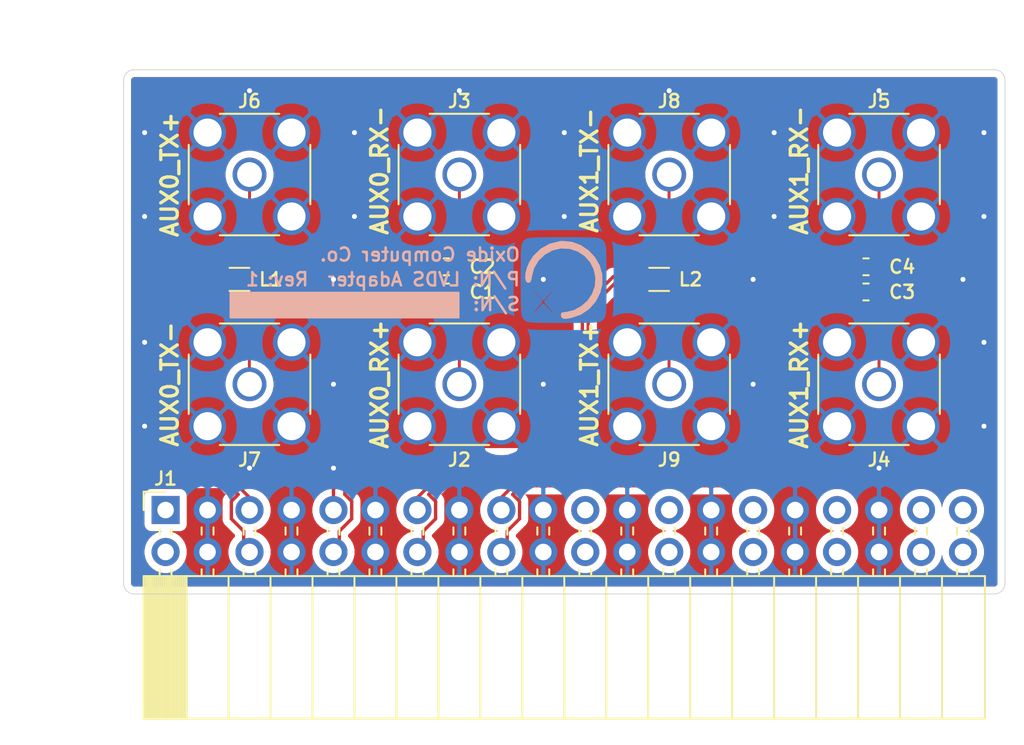
<source format=kicad_pcb>
(kicad_pcb (version 20221018) (generator pcbnew)
  (title_block (title "LVDS SMA Adapter") (date "2021-07-12") (rev "1") (company "Oxide Computer Co."))
  (layers (0 "F.Cu" signal) (1 "In1.Cu" power) (2 "In2.Cu" power) (31 "B.Cu" power) (34 "B.Paste" user) (35 "F.Paste" user) (36 "B.SilkS" user "B.Silkscreen") (37 "F.SilkS" user "F.Silkscreen") (38 "B.Mask" user) (39 "F.Mask" user) (44 "Edge.Cuts" user))
  (net 0 "")
  (net 1 "/AUX0_RX_P")
  (net 2 "Net-(C1-Pad1)")
  (net 3 "/AUX0_RX_N")
  (net 4 "Net-(C2-Pad1)")
  (net 5 "/AUX1_RX_P")
  (net 6 "Net-(C3-Pad1)")
  (net 7 "/AUX1_RX_N")
  (net 8 "Net-(C4-Pad1)")
  (net 9 "Net-(J1-Pad40)")
  (net 10 "Net-(J1-Pad39)")
  (net 11 "Net-(J1-Pad38)")
  (net 12 "Net-(J1-Pad37)")
  (net 13 "GND")
  (net 14 "Net-(J1-Pad34)")
  (net 15 "Net-(J1-Pad33)")
  (net 16 "Net-(J1-Pad30)")
  (net 17 "Net-(J1-Pad29)")
  (net 18 "Net-(J1-Pad26)")
  (net 19 "Net-(J1-Pad25)")
  (net 20 "Net-(J1-Pad22)")
  (net 21 "Net-(J1-Pad21)")
  (net 22 "/AUX1_TX_P")
  (net 23 "/AUX1_TX_N")
  (net 24 "/AUX0_TX_P")
  (net 25 "/AUX0_TX_N")
  (net 26 "Net-(J1-Pad2)")
  (net 27 "Net-(J1-Pad1)")
  (net 28 "Net-(J6-Pad1)")
  (net 29 "Net-(J7-Pad1)")
  (net 30 "Net-(J8-Pad1)")
  (net 31 "Net-(J9-Pad1)")
  (footprint "Capacitor_SMD:C_0603_1608Metric" (layer "F.Cu") (at 138.9125 101.092 180)
    (fp_text reference "C1" (at -2.1845 0) (layer "F.SilkS") (effects (font (size 0.8 0.8))))
    (fp_text value "GCM188R71E105KA64D")
    (fp_line (start -0.162779 -0.51) (end 0.162779 -0.51) (stroke (width 0.12)) (layer "F.SilkS"))
    (fp_line (start -0.162779 0.51) (end 0.162779 0.51) (stroke (width 0.12)) (layer "F.SilkS"))
    (pad "1" smd roundrect (at -0.7875 0 180) (size 0.875 0.95) (layers "F.Cu" "F.Paste" "F.Mask") (net 2 "Net-(C1-Pad1)"))
    (pad "2" smd roundrect (at 0.7875 0 180) (size 0.875 0.95) (layers "F.Cu" "F.Paste" "F.Mask") (net 1 "/AUX0_RX_P"))
  )
  (footprint "Capacitor_SMD:C_0603_1608Metric" (layer "F.Cu") (at 164.3125 101.092 180)
    (fp_text reference "C3" (at -2.1845 0) (layer "F.SilkS") (effects (font (size 0.8 0.8))))
    (fp_text value "GCM188R71E105KA64D")
    (fp_line (start -0.162779 -0.51) (end 0.162779 -0.51) (stroke (width 0.12)) (layer "F.SilkS"))
    (fp_line (start -0.162779 0.51) (end 0.162779 0.51) (stroke (width 0.12)) (layer "F.SilkS"))
    (pad "1" smd roundrect (at -0.7875 0 180) (size 0.875 0.95) (layers "F.Cu" "F.Paste" "F.Mask") (net 6 "Net-(C3-Pad1)"))
    (pad "2" smd roundrect (at 0.7875 0 180) (size 0.875 0.95) (layers "F.Cu" "F.Paste" "F.Mask") (net 5 "/AUX1_RX_P"))
  )
  (footprint "Connector_PinSocket_2.54mm:PinSocket_2x20_P2.54mm_Horizontal" (layer "F.Cu") (at 121.92 114.3 90)
    (fp_text reference "J1" (at 1.905 0 180) (layer "F.SilkS") (effects (font (size 0.8 0.8))))
    (fp_text value "Conn_02x20_Odd_Even")
    (fp_line (start -12.63 -1.33) (end -12.63 49.59) (stroke (width 0.12)) (layer "F.SilkS"))
    (fp_line (start -12.63 -1.33) (end -4 -1.33) (stroke (width 0.12)) (layer "F.SilkS"))
    (fp_line (start -12.63 -1.21) (end -4 -1.21) (stroke (width 0.12)) (layer "F.SilkS"))
    (fp_line (start -12.63 -1.091905) (end -4 -1.091905) (stroke (width 0.12)) (layer "F.SilkS"))
    (fp_line (start -12.63 -0.97381) (end -4 -0.97381) (stroke (width 0.12)) (layer "F.SilkS"))
    (fp_line (start -12.63 -0.855715) (end -4 -0.855715) (stroke (width 0.12)) (layer "F.SilkS"))
    (fp_line (start -12.63 -0.73762) (end -4 -0.73762) (stroke (width 0.12)) (layer "F.SilkS"))
    (fp_line (start -12.63 -0.619525) (end -4 -0.619525) (stroke (width 0.12)) (layer "F.SilkS"))
    (fp_line (start -12.63 -0.50143) (end -4 -0.50143) (stroke (width 0.12)) (layer "F.SilkS"))
    (fp_line (start -12.63 -0.383335) (end -4 -0.383335) (stroke (width 0.12)) (layer "F.SilkS"))
    (fp_line (start -12.63 -0.26524) (end -4 -0.26524) (stroke (width 0.12)) (layer "F.SilkS"))
    (fp_line (start -12.63 -0.147145) (end -4 -0.147145) (stroke (width 0.12)) (layer "F.SilkS"))
    (fp_line (start -12.63 -0.02905) (end -4 -0.02905) (stroke (width 0.12)) (layer "F.SilkS"))
    (fp_line (start -12.63 0.089045) (end -4 0.089045) (stroke (width 0.12)) (layer "F.SilkS"))
    (fp_line (start -12.63 0.20714) (end -4 0.20714) (stroke (width 0.12)) (layer "F.SilkS"))
    (fp_line (start -12.63 0.325235) (end -4 0.325235) (stroke (width 0.12)) (layer "F.SilkS"))
    (fp_line (start -12.63 0.44333) (end -4 0.44333) (stroke (width 0.12)) (layer "F.SilkS"))
    (fp_line (start -12.63 0.561425) (end -4 0.561425) (stroke (width 0.12)) (layer "F.SilkS"))
    (fp_line (start -12.63 0.67952) (end -4 0.67952) (stroke (width 0.12)) (layer "F.SilkS"))
    (fp_line (start -12.63 0.797615) (end -4 0.797615) (stroke (width 0.12)) (layer "F.SilkS"))
    (fp_line (start -12.63 0.91571) (end -4 0.91571) (stroke (width 0.12)) (layer "F.SilkS"))
    (fp_line (start -12.63 1.033805) (end -4 1.033805) (stroke (width 0.12)) (layer "F.SilkS"))
    (fp_line (start -12.63 1.1519) (end -4 1.1519) (stroke (width 0.12)) (layer "F.SilkS"))
    (fp_line (start -12.63 1.27) (end -4 1.27) (stroke (width 0.12)) (layer "F.SilkS"))
    (fp_line (start -12.63 3.81) (end -4 3.81) (stroke (width 0.12)) (layer "F.SilkS"))
    (fp_line (start -12.63 6.35) (end -4 6.35) (stroke (width 0.12)) (layer "F.SilkS"))
    (fp_line (start -12.63 8.89) (end -4 8.89) (stroke (width 0.12)) (layer "F.SilkS"))
    (fp_line (start -12.63 11.43) (end -4 11.43) (stroke (width 0.12)) (layer "F.SilkS"))
    (fp_line (start -12.63 13.97) (end -4 13.97) (stroke (width 0.12)) (layer "F.SilkS"))
    (fp_line (start -12.63 16.51) (end -4 16.51) (stroke (width 0.12)) (layer "F.SilkS"))
    (fp_line (start -12.63 19.05) (end -4 19.05) (stroke (width 0.12)) (layer "F.SilkS"))
    (fp_line (start -12.63 21.59) (end -4 21.59) (stroke (width 0.12)) (layer "F.SilkS"))
    (fp_line (start -12.63 24.13) (end -4 24.13) (stroke (width 0.12)) (layer "F.SilkS"))
    (fp_line (start -12.63 26.67) (end -4 26.67) (stroke (width 0.12)) (layer "F.SilkS"))
    (fp_line (start -12.63 29.21) (end -4 29.21) (stroke (width 0.12)) (layer "F.SilkS"))
    (fp_line (start -12.63 31.75) (end -4 31.75) (stroke (width 0.12)) (layer "F.SilkS"))
    (fp_line (start -12.63 34.29) (end -4 34.29) (stroke (width 0.12)) (layer "F.SilkS"))
    (fp_line (start -12.63 36.83) (end -4 36.83) (stroke (width 0.12)) (layer "F.SilkS"))
    (fp_line (start -12.63 39.37) (end -4 39.37) (stroke (width 0.12)) (layer "F.SilkS"))
    (fp_line (start -12.63 41.91) (end -4 41.91) (stroke (width 0.12)) (layer "F.SilkS"))
    (fp_line (start -12.63 44.45) (end -4 44.45) (stroke (width 0.12)) (layer "F.SilkS"))
    (fp_line (start -12.63 46.99) (end -4 46.99) (stroke (width 0.12)) (layer "F.SilkS"))
    (fp_line (start -12.63 49.59) (end -4 49.59) (stroke (width 0.12)) (layer "F.SilkS"))
    (fp_line (start -4 -1.33) (end -4 49.59) (stroke (width 0.12)) (layer "F.SilkS"))
    (fp_line (start -4 -0.36) (end -3.59 -0.36) (stroke (width 0.12)) (layer "F.SilkS"))
    (fp_line (start -4 0.36) (end -3.59 0.36) (stroke (width 0.12)) (layer "F.SilkS"))
    (fp_line (start -4 2.18) (end -3.59 2.18) (stroke (width 0.12)) (layer "F.SilkS"))
    (fp_line (start -4 2.9) (end -3.59 2.9) (stroke (width 0.12)) (layer "F.SilkS"))
    (fp_line (start -4 4.72) (end -3.59 4.72) (stroke (width 0.12)) (layer "F.SilkS"))
    (fp_line (start -4 5.44) (end -3.59 5.44) (stroke (width 0.12)) (layer "F.SilkS"))
    (fp_line (start -4 7.26) (end -3.59 7.26) (stroke (width 0.12)) (layer "F.SilkS"))
    (fp_line (start -4 7.98) (end -3.59 7.98) (stroke (width 0.12)) (layer "F.SilkS"))
    (fp_line (start -4 9.8) (end -3.59 9.8) (stroke (width 0.12)) (layer "F.SilkS"))
    (fp_line (start -4 10.52) (end -3.59 10.52) (stroke (width 0.12)) (layer "F.SilkS"))
    (fp_line (start -4 12.34) (end -3.59 12.34) (stroke (width 0.12)) (layer "F.SilkS"))
    (fp_line (start -4 13.06) (end -3.59 13.06) (stroke (width 0.12)) (layer "F.SilkS"))
    (fp_line (start -4 14.88) (end -3.59 14.88) (stroke (width 0.12)) (layer "F.SilkS"))
    (fp_line (start -4 15.6) (end -3.59 15.6) (stroke (width 0.12)) (layer "F.SilkS"))
    (fp_line (start -4 17.42) (end -3.59 17.42) (stroke (width 0.12)) (layer "F.SilkS"))
    (fp_line (start -4 18.14) (end -3.59 18.14) (stroke (width 0.12)) (layer "F.SilkS"))
    (fp_line (start -4 19.96) (end -3.59 19.96) (stroke (width 0.12)) (layer "F.SilkS"))
    (fp_line (start -4 20.68) (end -3.59 20.68) (stroke (width 0.12)) (layer "F.SilkS"))
    (fp_line (start -4 22.5) (end -3.59 22.5) (stroke (width 0.12)) (layer "F.SilkS"))
    (fp_line (start -4 23.22) (end -3.59 23.22) (stroke (width 0.12)) (layer "F.SilkS"))
    (fp_line (start -4 25.04) (end -3.59 25.04) (stroke (width 0.12)) (layer "F.SilkS"))
    (fp_line (start -4 25.76) (end -3.59 25.76) (stroke (width 0.12)) (layer "F.SilkS"))
    (fp_line (start -4 27.58) (end -3.59 27.58) (stroke (width 0.12)) (layer "F.SilkS"))
    (fp_line (start -4 28.3) (end -3.59 28.3) (stroke (width 0.12)) (layer "F.SilkS"))
    (fp_line (start -4 30.12) (end -3.59 30.12) (stroke (width 0.12)) (layer "F.SilkS"))
    (fp_line (start -4 30.84) (end -3.59 30.84) (stroke (width 0.12)) (layer "F.SilkS"))
    (fp_line (start -4 32.66) (end -3.59 32.66) (stroke (width 0.12)) (layer "F.SilkS"))
    (fp_line (start -4 33.38) (end -3.59 33.38) (stroke (width 0.12)) (layer "F.SilkS"))
    (fp_line (start -4 35.2) (end -3.59 35.2) (stroke (width 0.12)) (layer "F.SilkS"))
    (fp_line (start -4 35.92) (end -3.59 35.92) (stroke (width 0.12)) (layer "F.SilkS"))
    (fp_line (start -4 37.74) (end -3.59 37.74) (stroke (width 0.12)) (layer "F.SilkS"))
    (fp_line (start -4 38.46) (end -3.59 38.46) (stroke (width 0.12)) (layer "F.SilkS"))
    (fp_line (start -4 40.28) (end -3.59 40.28) (stroke (width 0.12)) (layer "F.SilkS"))
    (fp_line (start -4 41) (end -3.59 41) (stroke (width 0.12)) (layer "F.SilkS"))
    (fp_line (start -4 42.82) (end -3.59 42.82) (stroke (width 0.12)) (layer "F.SilkS"))
    (fp_line (start -4 43.54) (end -3.59 43.54) (stroke (width 0.12)) (layer "F.SilkS"))
    (fp_line (start -4 45.36) (end -3.59 45.36) (stroke (width 0.12)) (layer "F.SilkS"))
    (fp_line (start -4 46.08) (end -3.59 46.08) (stroke (width 0.12)) (layer "F.SilkS"))
    (fp_line (start -4 47.9) (end -3.59 47.9) (stroke (width 0.12)) (layer "F.SilkS"))
    (fp_line (start -4 48.62) (end -3.59 48.62) (stroke (width 0.12)) (layer "F.SilkS"))
    (fp_line (start -1.49 -0.36) (end -1.11 -0.36) (stroke (width 0.12)) (layer "F.SilkS"))
    (fp_line (start -1.49 0.36) (end -1.11 0.36) (stroke (width 0.12)) (layer "F.SilkS"))
    (fp_line (start -1.49 2.18) (end -1.05 2.18) (stroke (width 0.12)) (layer "F.SilkS"))
    (fp_line (start -1.49 2.9) (end -1.05 2.9) (stroke (width 0.12)) (layer "F.SilkS"))
    (fp_line (start -1.49 4.72) (end -1.05 4.72) (stroke (width 0.12)) (layer "F.SilkS"))
    (fp_line (start -1.49 5.44) (end -1.05 5.44) (stroke (width 0.12)) (layer "F.SilkS"))
    (fp_line (start -1.49 7.26) (end -1.05 7.26) (stroke (width 0.12)) (layer "F.SilkS"))
    (fp_line (start -1.49 7.98) (end -1.05 7.98) (stroke (width 0.12)) (layer "F.SilkS"))
    (fp_line (start -1.49 9.8) (end -1.05 9.8) (stroke (width 0.12)) (layer "F.SilkS"))
    (fp_line (start -1.49 10.52) (end -1.05 10.52) (stroke (width 0.12)) (layer "F.SilkS"))
    (fp_line (start -1.49 12.34) (end -1.05 12.34) (stroke (width 0.12)) (layer "F.SilkS"))
    (fp_line (start -1.49 13.06) (end -1.05 13.06) (stroke (width 0.12)) (layer "F.SilkS"))
    (fp_line (start -1.49 14.88) (end -1.05 14.88) (stroke (width 0.12)) (layer "F.SilkS"))
    (fp_line (start -1.49 15.6) (end -1.05 15.6) (stroke (width 0.12)) (layer "F.SilkS"))
    (fp_line (start -1.49 17.42) (end -1.05 17.42) (stroke (width 0.12)) (layer "F.SilkS"))
    (fp_line (start -1.49 18.14) (end -1.05 18.14) (stroke (width 0.12)) (layer "F.SilkS"))
    (fp_line (start -1.49 19.96) (end -1.05 19.96) (stroke (width 0.12)) (layer "F.SilkS"))
    (fp_line (start -1.49 20.68) (end -1.05 20.68) (stroke (width 0.12)) (layer "F.SilkS"))
    (fp_line (start -1.49 22.5) (end -1.05 22.5) (stroke (width 0.12)) (layer "F.SilkS"))
    (fp_line (start -1.49 23.22) (end -1.05 23.22) (stroke (width 0.12)) (layer "F.SilkS"))
    (fp_line (start -1.49 25.04) (end -1.05 25.04) (stroke (width 0.12)) (layer "F.SilkS"))
    (fp_line (start -1.49 25.76) (end -1.05 25.76) (stroke (width 0.12)) (layer "F.SilkS"))
    (fp_line (start -1.49 27.58) (end -1.05 27.58) (stroke (width 0.12)) (layer "F.SilkS"))
    (fp_line (start -1.49 28.3) (end -1.05 28.3) (stroke (width 0.12)) (layer "F.SilkS"))
    (fp_line (start -1.49 30.12) (end -1.05 30.12) (stroke (width 0.12)) (layer "F.SilkS"))
    (fp_line (start -1.49 30.84) (end -1.05 30.84) (stroke (width 0.12)) (layer "F.SilkS"))
    (fp_line (start -1.49 32.66) (end -1.05 32.66) (stroke (width 0.12)) (layer "F.SilkS"))
    (fp_line (start -1.49 33.38) (end -1.05 33.38) (stroke (width 0.12)) (layer "F.SilkS"))
    (fp_line (start -1.49 35.2) (end -1.05 35.2) (stroke (width 0.12)) (layer "F.SilkS"))
    (fp_line (start -1.49 35.92) (end -1.05 35.92) (stroke (width 0.12)) (layer "F.SilkS"))
    (fp_line (start -1.49 37.74) (end -1.05 37.74) (stroke (width 0.12)) (layer "F.SilkS"))
    (fp_line (start -1.49 38.46) (end -1.05 38.46) (stroke (width 0.12)) (layer "F.SilkS"))
    (fp_line (start -1.49 40.28) (end -1.05 40.28) (stroke (width 0.12)) (layer "F.SilkS"))
    (fp_line (start -1.49 41) (end -1.05 41) (stroke (width 0.12)) (layer "F.SilkS"))
    (fp_line (start -1.49 42.82) (end -1.05 42.82) (stroke (width 0.12)) (layer "F.SilkS"))
    (fp_line (start -1.49 43.54) (end -1.05 43.54) (stroke (width 0.12)) (layer "F.SilkS"))
    (fp_line (start -1.49 45.36) (end -1.05 45.36) (stroke (width 0.12)) (layer "F.SilkS"))
    (fp_line (start -1.49 46.08) (end -1.05 46.08) (stroke (width 0.12)) (layer "F.SilkS"))
    (fp_line (start -1.49 47.9) (end -1.05 47.9) (stroke (width 0.12)) (layer "F.SilkS"))
    (fp_line (start -1.49 48.62) (end -1.05 48.62) (stroke (width 0.12)) (layer "F.SilkS"))
    (fp_line (start 0 -1.33) (end 1.11 -1.33) (stroke (width 0.12)) (layer "F.SilkS"))
    (fp_line (start 1.11 -1.33) (end 1.11 0) (stroke (width 0.12)) (layer "F.SilkS"))
    (pad "1" thru_hole rect (at 0 0 90) (size 1.7 1.7) (drill 1) (layers "*.Cu" "*.Mask") (net 27 "Net-(J1-Pad1)"))
    (pad "2" thru_hole oval (at -2.54 0 90) (size 1.7 1.7) (drill 1) (layers "*.Cu" "*.Mask") (net 26 "Net-(J1-Pad2)"))
    (pad "3" thru_hole oval (at 0 2.54 90) (size 1.7 1.7) (drill 1) (layers "*.Cu" "*.Mask") (net 13 "GND"))
    (pad "4" thru_hole oval (at -2.54 2.54 90) (size 1.7 1.7) (drill 1) (layers "*.Cu" "*.Mask") (net 13 "GND"))
    (pad "5" thru_hole oval (at 0 5.08 90) (size 1.7 1.7) (drill 1) (layers "*.Cu" "*.Mask") (net 25 "/AUX0_TX_N"))
    (pad "6" thru_hole oval (at -2.54 5.08 90) (size 1.7 1.7) (drill 1) (layers "*.Cu" "*.Mask") (net 24 "/AUX0_TX_P"))
    (pad "7" thru_hole oval (at 0 7.62 90) (size 1.7 1.7) (drill 1) (layers "*.Cu" "*.Mask") (net 13 "GND"))
    (pad "8" thru_hole oval (at -2.54 7.62 90) (size 1.7 1.7) (drill 1) (layers "*.Cu" "*.Mask") (net 13 "GND"))
    (pad "9" thru_hole oval (at 0 10.16 90) (size 1.7 1.7) (drill 1) (layers "*.Cu" "*.Mask") (net 3 "/AUX0_RX_N"))
    (pad "10" thru_hole oval (at -2.54 10.16 90) (size 1.7 1.7) (drill 1) (layers "*.Cu" "*.Mask") (net 1 "/AUX0_RX_P"))
    (pad "11" thru_hole oval (at 0 12.7 90) (size 1.7 1.7) (drill 1) (layers "*.Cu" "*.Mask") (net 13 "GND"))
    (pad "12" thru_hole oval (at -2.54 12.7 90) (size 1.7 1.7) (drill 1) (layers "*.Cu" "*.Mask") (net 13 "GND"))
    (pad "13" thru_hole oval (at 0 15.24 90) (size 1.7 1.7) (drill 1) (layers "*.Cu" "*.Mask") (net 23 "/AUX1_TX_N"))
    (pad "14" thru_hole oval (at -2.54 15.24 90) (size 1.7 1.7) (drill 1) (layers "*.Cu" "*.Mask") (net 22 "/AUX1_TX_P"))
    (pad "15" thru_hole oval (at 0 17.78 90) (size 1.7 1.7) (drill 1) (layers "*.Cu" "*.Mask") (net 13 "GND"))
    (pad "16" thru_hole oval (at -2.54 17.78 90) (size 1.7 1.7) (drill 1) (layers "*.Cu" "*.Mask") (net 13 "GND"))
    (pad "17" thru_hole oval (at 0 20.32 90) (size 1.7 1.7) (drill 1) (layers "*.Cu" "*.Mask") (net 7 "/AUX1_RX_N"))
    (pad "18" thru_hole oval (at -2.54 20.32 90) (size 1.7 1.7) (drill 1) (layers "*.Cu" "*.Mask") (net 5 "/AUX1_RX_P"))
    (pad "19" thru_hole oval (at 0 22.86 90) (size 1.7 1.7) (drill 1) (layers "*.Cu" "*.Mask") (net 13 "GND"))
    (pad "20" thru_hole oval (at -2.54 22.86 90) (size 1.7 1.7) (drill 1) (layers "*.Cu" "*.Mask") (net 13 "GND"))
    (pad "21" thru_hole oval (at 0 25.4 90) (size 1.7 1.7) (drill 1) (layers "*.Cu" "*.Mask") (net 21 "Net-(J1-Pad21)"))
    (pad "22" thru_hole oval (at -2.54 25.4 90) (size 1.7 1.7) (drill 1) (layers "*.Cu" "*.Mask") (net 20 "Net-(J1-Pad22)"))
    (pad "23" thru_hole oval (at 0 27.94 90) (size 1.7 1.7) (drill 1) (layers "*.Cu" "*.Mask") (net 13 "GND"))
    (pad "24" thru_hole oval (at -2.54 27.94 90) (size 1.7 1.7) (drill 1) (layers "*.Cu" "*.Mask") (net 13 "GND"))
    (pad "25" thru_hole oval (at 0 30.48 90) (size 1.7 1.7) (drill 1) (layers "*.Cu" "*.Mask") (net 19 "Net-(J1-Pad25)"))
    (pad "26" thru_hole oval (at -2.54 30.48 90) (size 1.7 1.7) (drill 1) (layers "*.Cu" "*.Mask") (net 18 "Net-(J1-Pad26)"))
    (pad "27" thru_hole oval (at 0 33.02 90) (size 1.7 1.7) (drill 1) (layers "*.Cu" "*.Mask") (net 13 "GND"))
    (pad "28" thru_hole oval (at -2.54 33.02 90) (size 1.7 1.7) (drill 1) (layers "*.Cu" "*.Mask") (net 13 "GND"))
    (pad "29" thru_hole oval (at 0 35.56 90) (size 1.7 1.7) (drill 1) (layers "*.Cu" "*.Mask") (net 17 "Net-(J1-Pad29)"))
    (pad "30" thru_hole oval (at -2.54 35.56 90) (size 1.7 1.7) (drill 1) (layers "*.Cu" "*.Mask") (net 16 "Net-(J1-Pad30)"))
    (pad "31" thru_hole oval (at 0 38.1 90) (size 1.7 1.7) (drill 1) (layers "*.Cu" "*.Mask") (net 13 "GND"))
    (pad "32" thru_hole oval (at -2.54 38.1 90) (size 1.7 1.7) (drill 1) (layers "*.Cu" "*.Mask") (net 13 "GND"))
    (pad "33" thru_hole oval (at 0 40.64 90) (size 1.7 1.7) (drill 1) (layers "*.Cu" "*.Mask") (net 15 "Net-(J1-Pad33)"))
    (pad "34" thru_hole oval (at -2.54 40.64 90) (size 1.7 1.7) (drill 1) (layers "*.Cu" "*.Mask") (net 14 "Net-(J1-Pad34)"))
    (pad "35" thru_hole oval (at 0 43.18 90) (size 1.7 1.7) (drill 1) (layers "*.Cu" "*.Mask") (net 13 "GND"))
    (pad "36" thru_hole oval (at -2.54 43.18 90) (size 1.7 1.7) (drill 1) (layers "*.Cu" "*.Mask") (net 13 "GND"))
    (pad "37" thru_hole oval (at 0 45.72 90) (size 1.7 1.7) (drill 1) (layers "*.Cu" "*.Mask") (net 12 "Net-(J1-Pad37)"))
    (pad "38" thru_hole oval (at -2.54 45.72 90) (size 1.7 1.7) (drill 1) (layers "*.Cu" "*.Mask") (net 11 "Net-(J1-Pad38)"))
    (pad "39" thru_hole oval (at 0 48.26 90) (size 1.7 1.7) (drill 1) (layers "*.Cu" "*.Mask") (net 10 "Net-(J1-Pad39)"))
    (pad "40" thru_hole oval (at -2.54 48.26 90) (size 1.7 1.7) (drill 1) (layers "*.Cu" "*.Mask") (net 9 "Net-(J1-Pad40)"))
  )
  (footprint "Connector_Coaxial:SMA_Amphenol_132134-16_Vertical" (layer "F.Cu") (at 139.7 106.68 180)
    (fp_text reference "J2" (at 0 -4.572) (layer "F.SilkS") (effects (font (size 0.8 0.8))))
    (fp_text value "Conn_Coaxial")
    (fp_line (start -3.68 -1.8) (end -3.68 1.8) (stroke (width 0.12)) (layer "F.SilkS"))
    (fp_line (start -1.8 -3.68) (end 1.8 -3.68) (stroke (width 0.12)) (layer "F.SilkS"))
    (fp_line (start -1.8 3.68) (end 1.8 3.68) (stroke (width 0.12)) (layer "F.SilkS"))
    (fp_line (start 3.68 -1.8) (end 3.68 1.8) (stroke (width 0.12)) (layer "F.SilkS"))
    (pad "1" thru_hole circle (at 0 0 180) (size 2.05 2.05) (drill 1.5) (layers "*.Cu" "*.Mask") (net 2 "Net-(C1-Pad1)"))
    (pad "2" thru_hole circle (at -2.54 -2.54 180) (size 2.25 2.25) (drill 1.7) (layers "*.Cu" "*.Mask") (net 13 "GND"))
    (pad "2" thru_hole circle (at -2.54 2.54 180) (size 2.25 2.25) (drill 1.7) (layers "*.Cu" "*.Mask") (net 13 "GND"))
    (pad "2" thru_hole circle (at 2.54 -2.54 180) (size 2.25 2.25) (drill 1.7) (layers "*.Cu" "*.Mask") (net 13 "GND"))
    (pad "2" thru_hole circle (at 2.54 2.54 180) (size 2.25 2.25) (drill 1.7) (layers "*.Cu" "*.Mask") (net 13 "GND"))
  )
  (footprint "Connector_Coaxial:SMA_Amphenol_132134-16_Vertical" (layer "F.Cu") (at 139.7 93.98 180)
    (fp_text reference "J3" (at 0 4.445) (layer "F.SilkS") (effects (font (size 0.8 0.8))))
    (fp_text value "Conn_Coaxial")
    (fp_line (start -3.68 -1.8) (end -3.68 1.8) (stroke (width 0.12)) (layer "F.SilkS"))
    (fp_line (start -1.8 -3.68) (end 1.8 -3.68) (stroke (width 0.12)) (layer "F.SilkS"))
    (fp_line (start -1.8 3.68) (end 1.8 3.68) (stroke (width 0.12)) (layer "F.SilkS"))
    (fp_line (start 3.68 -1.8) (end 3.68 1.8) (stroke (width 0.12)) (layer "F.SilkS"))
    (pad "1" thru_hole circle (at 0 0 180) (size 2.05 2.05) (drill 1.5) (layers "*.Cu" "*.Mask") (net 4 "Net-(C2-Pad1)"))
    (pad "2" thru_hole circle (at -2.54 -2.54 180) (size 2.25 2.25) (drill 1.7) (layers "*.Cu" "*.Mask") (net 13 "GND"))
    (pad "2" thru_hole circle (at -2.54 2.54 180) (size 2.25 2.25) (drill 1.7) (layers "*.Cu" "*.Mask") (net 13 "GND"))
    (pad "2" thru_hole circle (at 2.54 -2.54 180) (size 2.25 2.25) (drill 1.7) (layers "*.Cu" "*.Mask") (net 13 "GND"))
    (pad "2" thru_hole circle (at 2.54 2.54 180) (size 2.25 2.25) (drill 1.7) (layers "*.Cu" "*.Mask") (net 13 "GND"))
  )
  (footprint "Connector_Coaxial:SMA_Amphenol_132134-16_Vertical" (layer "F.Cu") (at 165.1 106.68)
    (fp_text reference "J4" (at 0 4.572) (layer "F.SilkS") (effects (font (size 0.8 0.8))))
    (fp_text value "Conn_Coaxial")
    (fp_line (start -3.68 -1.8) (end -3.68 1.8) (stroke (width 0.12)) (layer "F.SilkS"))
    (fp_line (start -1.8 -3.68) (end 1.8 -3.68) (stroke (width 0.12)) (layer "F.SilkS"))
    (fp_line (start -1.8 3.68) (end 1.8 3.68) (stroke (width 0.12)) (layer "F.SilkS"))
    (fp_line (start 3.68 -1.8) (end 3.68 1.8) (stroke (width 0.12)) (layer "F.SilkS"))
    (pad "1" thru_hole circle (at 0 0) (size 2.05 2.05) (drill 1.5) (layers "*.Cu" "*.Mask") (net 6 "Net-(C3-Pad1)"))
    (pad "2" thru_hole circle (at -2.54 -2.54) (size 2.25 2.25) (drill 1.7) (layers "*.Cu" "*.Mask") (net 13 "GND"))
    (pad "2" thru_hole circle (at -2.54 2.54) (size 2.25 2.25) (drill 1.7) (layers "*.Cu" "*.Mask") (net 13 "GND"))
    (pad "2" thru_hole circle (at 2.54 -2.54) (size 2.25 2.25) (drill 1.7) (layers "*.Cu" "*.Mask") (net 13 "GND"))
    (pad "2" thru_hole circle (at 2.54 2.54) (size 2.25 2.25) (drill 1.7) (layers "*.Cu" "*.Mask") (net 13 "GND"))
  )
  (footprint "Connector_Coaxial:SMA_Amphenol_132134-16_Vertical" (layer "F.Cu") (at 165.1 93.98)
    (fp_text reference "J5" (at 0 -4.445) (layer "F.SilkS") (effects (font (size 0.8 0.8))))
    (fp_text value "Conn_Coaxial")
    (fp_line (start -3.68 -1.8) (end -3.68 1.8) (stroke (width 0.12)) (layer "F.SilkS"))
    (fp_line (start -1.8 -3.68) (end 1.8 -3.68) (stroke (width 0.12)) (layer "F.SilkS"))
    (fp_line (start -1.8 3.68) (end 1.8 3.68) (stroke (width 0.12)) (layer "F.SilkS"))
    (fp_line (start 3.68 -1.8) (end 3.68 1.8) (stroke (width 0.12)) (layer "F.SilkS"))
    (pad "1" thru_hole circle (at 0 0) (size 2.05 2.05) (drill 1.5) (layers "*.Cu" "*.Mask") (net 8 "Net-(C4-Pad1)"))
    (pad "2" thru_hole circle (at -2.54 -2.54) (size 2.25 2.25) (drill 1.7) (layers "*.Cu" "*.Mask") (net 13 "GND"))
    (pad "2" thru_hole circle (at -2.54 2.54) (size 2.25 2.25) (drill 1.7) (layers "*.Cu" "*.Mask") (net 13 "GND"))
    (pad "2" thru_hole circle (at 2.54 -2.54) (size 2.25 2.25) (drill 1.7) (layers "*.Cu" "*.Mask") (net 13 "GND"))
    (pad "2" thru_hole circle (at 2.54 2.54) (size 2.25 2.25) (drill 1.7) (layers "*.Cu" "*.Mask") (net 13 "GND"))
  )
  (footprint "Connector_Coaxial:SMA_Amphenol_132134-16_Vertical" (layer "F.Cu") (at 152.4 93.98 180)
    (fp_text reference "J8" (at 0 4.445) (layer "F.SilkS") (effects (font (size 0.8 0.8))))
    (fp_text value "Conn_Coaxial")
    (fp_line (start -3.68 -1.8) (end -3.68 1.8) (stroke (width 0.12)) (layer "F.SilkS"))
    (fp_line (start -1.8 -3.68) (end 1.8 -3.68) (stroke (width 0.12)) (layer "F.SilkS"))
    (fp_line (start -1.8 3.68) (end 1.8 3.68) (stroke (width 0.12)) (layer "F.SilkS"))
    (fp_line (start 3.68 -1.8) (end 3.68 1.8) (stroke (width 0.12)) (layer "F.SilkS"))
    (pad "1" thru_hole circle (at 0 0 180) (size 2.05 2.05) (drill 1.5) (layers "*.Cu" "*.Mask") (net 30 "Net-(J8-Pad1)"))
    (pad "2" thru_hole circle (at -2.54 -2.54 180) (size 2.25 2.25) (drill 1.7) (layers "*.Cu" "*.Mask") (net 13 "GND"))
    (pad "2" thru_hole circle (at -2.54 2.54 180) (size 2.25 2.25) (drill 1.7) (layers "*.Cu" "*.Mask") (net 13 "GND"))
    (pad "2" thru_hole circle (at 2.54 -2.54 180) (size 2.25 2.25) (drill 1.7) (layers "*.Cu" "*.Mask") (net 13 "GND"))
    (pad "2" thru_hole circle (at 2.54 2.54 180) (size 2.25 2.25) (drill 1.7) (layers "*.Cu" "*.Mask") (net 13 "GND"))
  )
  (footprint "passives:L_Choke_MCZ1210AH" (layer "F.Cu") (at 151.7904 100.33 -90)
    (fp_text reference "L2" (at 0 -1.9 180) (layer "F.SilkS") (effects (font (size 0.8 0.8))))
    (fp_text value "MCZ1210AH900L2TA0G")
    (fp_line (start -0.7 -0.6) (end -0.7 0.6) (stroke (width 0.12)) (layer "F.SilkS"))
    (fp_line (start 0.7 -0.6) (end 0.7 0.6) (stroke (width 0.12)) (layer "F.SilkS"))
    (pad "1" smd roundrect (at -0.275 0.6 270) (size 0.3 0.5) (layers "F.Cu" "F.Paste" "F.Mask") (net 23 "/AUX1_TX_N"))
    (pad "2" smd roundrect (at 0.275 0.6 270) (size 0.3 0.5) (layers "F.Cu" "F.Paste" "F.Mask") (net 22 "/AUX1_TX_P"))
    (pad "3" smd roundrect (at 0.275 -0.6 270) (size 0.3 0.5) (layers "F.Cu" "F.Paste" "F.Mask") (net 31 "Net-(J9-Pad1)"))
    (pad "4" smd roundrect (at -0.275 -0.6 270) (size 0.3 0.5) (layers "F.Cu" "F.Paste" "F.Mask") (net 30 "Net-(J8-Pad1)"))
  )
  (footprint "Connector_Coaxial:SMA_Amphenol_132134-16_Vertical" (layer "F.Cu") (at 127 106.68 180)
    (fp_text reference "J7" (at 0 -4.572) (layer "F.SilkS") (effects (font (size 0.8 0.8))))
    (fp_text value "Conn_Coaxial")
    (fp_line (start -3.68 -1.8) (end -3.68 1.8) (stroke (width 0.12)) (layer "F.SilkS"))
    (fp_line (start -1.8 -3.68) (end 1.8 -3.68) (stroke (width 0.12)) (layer "F.SilkS"))
    (fp_line (start -1.8 3.68) (end 1.8 3.68) (stroke (width 0.12)) (layer "F.SilkS"))
    (fp_line (start 3.68 -1.8) (end 3.68 1.8) (stroke (width 0.12)) (layer "F.SilkS"))
    (pad "1" thru_hole circle (at 0 0 180) (size 2.05 2.05) (drill 1.5) (layers "*.Cu" "*.Mask") (net 29 "Net-(J7-Pad1)"))
    (pad "2" thru_hole circle (at -2.54 -2.54 180) (size 2.25 2.25) (drill 1.7) (layers "*.Cu" "*.Mask") (net 13 "GND"))
    (pad "2" thru_hole circle (at -2.54 2.54 180) (size 2.25 2.25) (drill 1.7) (layers "*.Cu" "*.Mask") (net 13 "GND"))
    (pad "2" thru_hole circle (at 2.54 -2.54 180) (size 2.25 2.25) (drill 1.7) (layers "*.Cu" "*.Mask") (net 13 "GND"))
    (pad "2" thru_hole circle (at 2.54 2.54 180) (size 2.25 2.25) (drill 1.7) (layers "*.Cu" "*.Mask") (net 13 "GND"))
  )
  (footprint "Connector_Coaxial:SMA_Amphenol_132134-16_Vertical" (layer "F.Cu") (at 127 93.98 180)
    (fp_text reference "J6" (at 0 4.445) (layer "F.SilkS") (effects (font (size 0.8 0.8))))
    (fp_text value "Conn_Coaxial")
    (fp_line (start -3.68 -1.8) (end -3.68 1.8) (stroke (width 0.12)) (layer "F.SilkS"))
    (fp_line (start -1.8 -3.68) (end 1.8 -3.68) (stroke (width 0.12)) (layer "F.SilkS"))
    (fp_line (start -1.8 3.68) (end 1.8 3.68) (stroke (width 0.12)) (layer "F.SilkS"))
    (fp_line (start 3.68 -1.8) (end 3.68 1.8) (stroke (width 0.12)) (layer "F.SilkS"))
    (pad "1" thru_hole circle (at 0 0 180) (size 2.05 2.05) (drill 1.5) (layers "*.Cu" "*.Mask") (net 28 "Net-(J6-Pad1)"))
    (pad "2" thru_hole circle (at -2.54 -2.54 180) (size 2.25 2.25) (drill 1.7) (layers "*.Cu" "*.Mask") (net 13 "GND"))
    (pad "2" thru_hole circle (at -2.54 2.54 180) (size 2.25 2.25) (drill 1.7) (layers "*.Cu" "*.Mask") (net 13 "GND"))
    (pad "2" thru_hole circle (at 2.54 -2.54 180) (size 2.25 2.25) (drill 1.7) (layers "*.Cu" "*.Mask") (net 13 "GND"))
    (pad "2" thru_hole circle (at 2.54 2.54 180) (size 2.25 2.25) (drill 1.7) (layers "*.Cu" "*.Mask") (net 13 "GND"))
  )
  (footprint "Connector_Coaxial:SMA_Amphenol_132134-16_Vertical" (layer "F.Cu") (at 152.4 106.68 180)
    (fp_text reference "J9" (at 0 -4.572) (layer "F.SilkS") (effects (font (size 0.8 0.8))))
    (fp_text value "Conn_Coaxial")
    (fp_line (start -3.68 -1.8) (end -3.68 1.8) (stroke (width 0.12)) (layer "F.SilkS"))
    (fp_line (start -1.8 -3.68) (end 1.8 -3.68) (stroke (width 0.12)) (layer "F.SilkS"))
    (fp_line (start -1.8 3.68) (end 1.8 3.68) (stroke (width 0.12)) (layer "F.SilkS"))
    (fp_line (start 3.68 -1.8) (end 3.68 1.8) (stroke (width 0.12)) (layer "F.SilkS"))
    (pad "1" thru_hole circle (at 0 0 180) (size 2.05 2.05) (drill 1.5) (layers "*.Cu" "*.Mask") (net 31 "Net-(J9-Pad1)"))
    (pad "2" thru_hole circle (at -2.54 -2.54 180) (size 2.25 2.25) (drill 1.7) (layers "*.Cu" "*.Mask") (net 13 "GND"))
    (pad "2" thru_hole circle (at -2.54 2.54 180) (size 2.25 2.25) (drill 1.7) (layers "*.Cu" "*.Mask") (net 13 "GND"))
    (pad "2" thru_hole circle (at 2.54 -2.54 180) (size 2.25 2.25) (drill 1.7) (layers "*.Cu" "*.Mask") (net 13 "GND"))
    (pad "2" thru_hole circle (at 2.54 2.54 180) (size 2.25 2.25) (drill 1.7) (layers "*.Cu" "*.Mask") (net 13 "GND"))
  )
  (footprint "Capacitor_SMD:C_0603_1608Metric" (layer "F.Cu") (at 164.3125 99.568 180)
    (fp_text reference "C4" (at -2.1845 0) (layer "F.SilkS") (effects (font (size 0.8 0.8))))
    (fp_text value "GCM188R71E105KA64D")
    (fp_line (start -0.162779 -0.51) (end 0.162779 -0.51) (stroke (width 0.12)) (layer "F.SilkS"))
    (fp_line (start -0.162779 0.51) (end 0.162779 0.51) (stroke (width 0.12)) (layer "F.SilkS"))
    (pad "1" smd roundrect (at -0.7875 0 180) (size 0.875 0.95) (layers "F.Cu" "F.Paste" "F.Mask") (net 8 "Net-(C4-Pad1)"))
    (pad "2" smd roundrect (at 0.7875 0 180) (size 0.875 0.95) (layers "F.Cu" "F.Paste" "F.Mask") (net 7 "/AUX1_RX_N"))
  )
  (footprint "passives:L_Choke_MCZ1210AH" (layer "F.Cu") (at 126.3904 100.33 -90)
    (fp_text reference "L1" (at 0 -1.9 180) (layer "F.SilkS") (effects (font (size 0.8 0.8))))
    (fp_text value "MCZ1210AH900L2TA0G")
    (fp_line (start -0.7 -0.6) (end -0.7 0.6) (stroke (width 0.12)) (layer "F.SilkS"))
    (fp_line (start 0.7 -0.6) (end 0.7 0.6) (stroke (width 0.12)) (layer "F.SilkS"))
    (pad "1" smd roundrect (at -0.275 0.6 270) (size 0.3 0.5) (layers "F.Cu" "F.Paste" "F.Mask") (net 24 "/AUX0_TX_P"))
    (pad "2" smd roundrect (at 0.275 0.6 270) (size 0.3 0.5) (layers "F.Cu" "F.Paste" "F.Mask") (net 25 "/AUX0_TX_N"))
    (pad "3" smd roundrect (at 0.275 -0.6 270) (size 0.3 0.5) (layers "F.Cu" "F.Paste" "F.Mask") (net 29 "Net-(J7-Pad1)"))
    (pad "4" smd roundrect (at -0.275 -0.6 270) (size 0.3 0.5) (layers "F.Cu" "F.Paste" "F.Mask") (net 28 "Net-(J6-Pad1)"))
  )
  (footprint "Capacitor_SMD:C_0603_1608Metric" (layer "F.Cu") (at 138.9125 99.568 180)
    (fp_text reference "C2" (at -2.1845 0) (layer "F.SilkS") (effects (font (size 0.8 0.8))))
    (fp_text value "GCM188R71E105KA64D")
    (fp_line (start -0.162779 -0.51) (end 0.162779 -0.51) (stroke (width 0.12)) (layer "F.SilkS"))
    (fp_line (start -0.162779 0.51) (end 0.162779 0.51) (stroke (width 0.12)) (layer "F.SilkS"))
    (pad "1" smd roundrect (at -0.7875 0 180) (size 0.875 0.95) (layers "F.Cu" "F.Paste" "F.Mask") (net 4 "Net-(C2-Pad1)"))
    (pad "2" smd roundrect (at 0.7875 0 180) (size 0.875 0.95) (layers "F.Cu" "F.Paste" "F.Mask") (net 3 "/AUX0_RX_N"))
  )
  (footprint "Fiducial:Fiducial_1mm_Mask2mm" (layer "F.Cu") (at 170.815 89.535)
    (fp_text reference "FID2" hide)
    (fp_text value "Fiducial")
    (pad "" smd circle (at 0 0) (size 1 1) (layers "F.Cu" "F.Mask") (clearance 0.5))
  )
  (footprint "Fiducial:Fiducial_1mm_Mask2mm" (layer "F.Cu") (at 121.92 99.06)
    (fp_text reference "FID1" hide)
    (fp_text value "Fiducial")
    (pad "" smd circle (at 0 0) (size 1 1) (layers "F.Cu" "F.Mask") (clearance 0.5))
  )
  (footprint "grumpy:Oxide_Board_Identifier_23x6mm" (layer "B.Cu") (at 146.05 100.33 180)
    (fp_text reference "FID3" hide)
    (fp_text value "LVDS Adapter" (at 6.2 0) (layer "B.SilkS") (effects (font (size 0.8 0.8)) (justify left mirror)))
    (fp_text user "Oxide Computer Co." (at 2.6 1.5) (layer "B.SilkS") (effects (font (size 0.8 0.8)) (justify left mirror)))
    (fp_text user "P/N:" (at 2.6 0) (layer "B.SilkS") (effects (font (size 0.8 0.8)) (justify left mirror)))
    (fp_text user "Rev:" (at 15.4 0) (layer "B.SilkS") (effects (font (size 0.8 0.8)) (justify left mirror)))
    (fp_text user "S/N:" (at 2.6 -1.5) (layer "B.SilkS") (effects (font (size 0.8 0.8)) (justify left mirror)))
    (fp_text user "1" (at 18.4 0) (layer "B.SilkS") (effects (font (size 0.8 0.8)) (justify left mirror)))
    (fp_poly (pts (xy 0.704515 2.45469) (xy 1.218284 2.451747) (xy 1.60456 2.444981) (xy 1.884261 2.432873) (xy 2.078307 2.413899) (xy 2.207617 2.38654) (xy 2.29311 2.349273) (xy 2.355705 2.300577) (xy 2.370667 2.286) (xy 2.422552 2.225915) (xy 2.462617 2.14832) (xy 2.492382 2.032294) (xy 2.51337 1.856921) (xy 2.527101 1.601279) (xy 2.535097 1.244451) (xy 2.53888 0.765516) (xy 2.53997 0.143557) (xy 2.54 -0.042333) (xy 2.539357 -0.704515) (xy 2.536413 -1.218284) (xy 2.529648 -1.60456) (xy 2.517539 -1.884261) (xy 2.498566 -2.078307) (xy 2.471206 -2.207617) (xy 2.433939 -2.29311) (xy 2.385244 -2.355705) (xy 2.370667 -2.370667) (xy 2.310581 -2.422552) (xy 2.232986 -2.462617) (xy 2.116961 -2.492382) (xy 1.941587 -2.51337) (xy 1.685945 -2.527101) (xy 1.329117 -2.535097) (xy 0.850183 -2.53888) (xy 0.228224 -2.53997) (xy 0.042333 -2.54) (xy -0.619848 -2.539357) (xy -1.133618 -2.536413) (xy -1.519893 -2.529648) (xy -1.799595 -2.517539) (xy -1.993641 -2.498566) (xy -2.122951 -2.471206) (xy -2.208444 -2.433939) (xy -2.271038 -2.385244) (xy -2.286 -2.370667) (xy -2.337886 -2.310581) (xy -2.37795 -2.232986) (xy -2.407716 -2.116961) (xy -2.428703 -1.941587) (xy -2.442435 -1.685945) (xy -2.450431 -1.329117) (xy -2.454213 -0.850183) (xy -2.455303 -0.228224) (xy -2.455333 -0.042333) (xy -2.455161 0.135609) (xy -2.192676 0.135609) (xy -2.17935 -0.367728) (xy -2.05871 -0.858021) (xy -1.828494 -1.313049) (xy -1.486437 -1.710592) (xy -1.030277 -2.028428) (xy -0.593215 -2.206892) (xy -0.329786 -2.263933) (xy -0.087098 -2.279007) (xy 0.088442 -2.253785) (xy 0.107406 -2.23425) (xy 0.423333 -2.23425) (xy 0.472895 -2.293263) (xy 0.60785 -2.232464) (xy 0.807605 -2.064105) (xy 0.941232 -1.926167) (xy 1.270472 -1.566333) (xy 1.590045 -1.926167) (xy 1.806858 -2.143318) (xy 1.982616 -2.269271) (xy 2.092403 -2.289451) (xy 2.116667 -2.23425) (xy 2.06634 -2.147365) (xy 1.935048 -1.971855) (xy 1.770116 -1.768583) (xy 1.423565 -1.354667) (xy 1.772554 -0.937837) (xy 1.96367 -0.685071) (xy 2.043768 -0.519579) (xy 2.028805 -0.463692) (xy 1.925292 -0.429149) (xy 1.908551 -0.436022) (xy 1.843517 -0.512409) (xy 1.705078 -0.677845) (xy 1.582158 -0.825562) (xy 1.283281 -1.185458) (xy 0.947994 -0.793206) (xy 0.742611 -0.57978) (xy 0.584158 -0.467212) (xy 0.515582 -0.460981) (xy 0.507116 -0.559812) (xy 0.629644 -0.763656) (xy 0.767445 -0.937837) (xy 1.116435 -1.354667) (xy 0.769884 -1.768583) (xy 0.590583 -1.990253) (xy 0.465372 -2.15941) (xy 0.423333 -2.23425) (xy 0.107406 -2.23425) (xy 0.150426 -2.189938) (xy 0.148179 -2.180205) (xy 0.050205 -2.106562) (xy -0.157891 -2.040652) (xy -0.281971 -2.017925) (xy -0.806891 -1.866417) (xy -1.244611 -1.591257) (xy -1.586605 -1.218739) (xy -1.824348 -0.775157) (xy -1.949313 -0.286806) (xy -1.952977 0.22002) (xy -1.826812 0.719026) (xy -1.562295 1.183918) (xy -1.385455 1.385455) (xy -0.934772 1.724574) (xy -0.425358 1.920044) (xy 0.111358 1.971545) (xy 0.643942 1.87876) (xy 1.140963 1.641372) (xy 1.42539 1.413876) (xy 1.756545 1.021913) (xy 1.951767 0.591173) (xy 2.019743 0.269259) (xy 2.078874 0.017716) (xy 2.15599 -0.126666) (xy 2.229526 -0.14928) (xy 2.277916 -0.035525) (xy 2.286 0.088955) (xy 2.228139 0.561312) (xy 2.043387 0.993732) (xy 1.714987 1.422014) (xy 1.611977 1.529126) (xy 1.18701 1.890004) (xy 0.756202 2.104977) (xy 0.271262 2.192068) (xy -0.145819 2.185164) (xy -0.728837 2.070208) (xy -1.218122 1.834969) (xy -1.611413 1.501669) (xy -1.906444 1.092528) (xy -2.100953 0.629768) (xy -2.192676 0.135609) (xy -2.455161 0.135609) (xy -2.45469 0.619848) (xy -2.451747 1.133618) (xy -2.444981 1.519893) (xy -2.432873 1.799595) (xy -2.413899 1.993641) (xy -2.38654 2.122951) (xy -2.349273 2.208444) (xy -2.300577 2.271038) (xy -2.286 2.286) (xy -2.225915 2.337886) (xy -2.14832 2.37795) (xy -2.032294 2.407716) (xy -1.856921 2.428703) (xy -1.601279 2.442435) (xy -1.244451 2.450431) (xy -0.765516 2.454213) (xy -0.143557 2.455303) (xy 0.042333 2.455333) (xy 0.704515 2.45469)) (stroke (width 0.2)) (fill solid) (layer "B.Cu"))
    (fp_poly (pts (xy 20.2 -2.305) (xy 6.4 -2.305) (xy 6.4 -0.805) (xy 20.2 -0.805)) (stroke (width 0.12)) (fill solid) (layer "B.SilkS"))
    (fp_poly (pts (xy 0.26235 2.25846) (xy 0.861672 2.106435) (xy 1.39325 1.810614) (xy 1.830187 1.389583) (xy 2.079847 1.002348) (xy 2.212608 0.680538) (xy 2.290443 0.364563) (xy 2.309486 0.094219) (xy 2.265874 -0.090695) (xy 2.191629 -0.149001) (xy 2.10004 -0.126875) (xy 2.042525 0.007935) (xy 2.011131 0.211197) (xy 1.873039 0.718964) (xy 1.596304 1.171625) (xy 1.209265 1.542198) (xy 0.740261 1.8037) (xy 0.21763 1.929151) (xy 0.20571 1.930179) (xy -0.353488 1.901078) (xy -0.852785 1.732163) (xy -1.276572 1.446299) (xy -1.609245 1.066347) (xy -1.835196 0.61517) (xy -1.93882 0.11563) (xy -1.904511 -0.409409) (xy -1.731528 -0.907817) (xy -1.443787 -1.325889) (xy -1.053018 -1.670791) (xy -0.602379 -1.914085) (xy -0.135028 -2.027331) (xy -0.025481 -2.032) (xy 0.130533 -2.067493) (xy 0.154375 -2.17315) (xy 0.110304 -2.283722) (xy 0.008504 -2.329613) (xy -0.189973 -2.318126) (xy -0.410907 -2.279151) (xy -0.978729 -2.086115) (xy -1.467913 -1.756207) (xy -1.858165 -1.311522) (xy -2.129191 -0.774153) (xy -2.248367 -0.278814) (xy -2.243722 0.288071) (xy -2.091749 0.824057) (xy -1.814218 1.307143) (xy -1.432902 1.715328) (xy -0.969569 2.02661) (xy -0.445993 2.218988) (xy 0.116058 2.27046) (xy 0.26235 2.25846)) (stroke (width 0.12)) (fill solid) (layer "B.SilkS"))
  )
  (gr_line (start 120.015 87.63) (end 172.085 87.63) (stroke (width 0.05)) (layer "Edge.Cuts"))
  (gr_line (start 119.38 88.265) (end 119.38 118.745) (stroke (width 0.05)) (layer "Edge.Cuts"))
  (gr_line (start 120.015 119.38) (end 172.085 119.38) (stroke (width 0.05)) (layer "Edge.Cuts"))
  (gr_line (start 172.72 88.265) (end 172.72 118.745) (stroke (width 0.05)) (layer "Edge.Cuts"))
  (gr_arc (start 172.72 118.745) (mid 172.534013 119.194013) (end 172.085 119.38) (stroke (width 0.05)) (layer "Edge.Cuts"))
  (gr_arc (start 120.015 119.38) (mid 119.565987 119.194013) (end 119.38 118.745) (stroke (width 0.05)) (layer "Edge.Cuts"))
  (gr_arc (start 119.38 88.265) (mid 119.565987 87.815987) (end 120.015 87.63) (stroke (width 0.05)) (layer "Edge.Cuts"))
  (gr_arc (start 172.085 87.63) (mid 172.534013 87.815987) (end 172.72 88.265) (stroke (width 0.05)) (layer "Edge.Cuts"))
  (gr_text "AUX0_TX-" (at 122.174 106.68 90) (layer "F.SilkS") (effects (font (size 1 1) (thickness 0.2))))
  (gr_text "AUX0_RX+" (at 134.874 106.68 90) (layer "F.SilkS") (effects (font (size 1 1) (thickness 0.2))))
  (gr_text "AUX0_RX-" (at 134.874 93.726 90) (layer "F.SilkS") (effects (font (size 1 1) (thickness 0.2))))
  (gr_text "AUX1_TX-" (at 147.574 93.726 90) (layer "F.SilkS") (effects (font (size 1 1) (thickness 0.2))))
  (gr_text "AUX1_TX+" (at 147.574 106.68 90) (layer "F.SilkS") (effects (font (size 1 1) (thickness 0.2))))
  (gr_text "AUX1_RX-" (at 160.274 93.726 90) (layer "F.SilkS") (effects (font (size 1 1) (thickness 0.2))))
  (gr_text "AUX1_RX+" (at 160.274 106.68 90) (layer "F.SilkS") (effects (font (size 1 1) (thickness 0.2))))
  (gr_text "AUX0_TX+" (at 122.174 93.98 90) (layer "F.SilkS") (effects (font (size 1 1) (thickness 0.2))))
  (segment (start 132.08 116.84) (end 132.334 116.84) (width 0.1778) (layer "F.Cu") (net 1))
  (segment (start 134.7966 102.181152) (end 134.7966 110.817152) (width 0.2032) (layer "F.Cu") (net 1))
  (segment (start 136.471152 100.5066) (end 134.7966 102.181152) (width 0.2032) (layer "F.Cu") (net 1))
  (segment (start 132.767837 112.845915) (end 134.7966 110.817152) (width 0.2032) (layer "F.Cu") (net 1))
  (segment (start 133.184001 114.829921) (end 133.184001 113.770079) (width 0.2032) (layer "F.Cu") (net 1))
  (segment (start 132.767837 113.353915) (end 132.767837 112.845915) (width 0.2032) (layer "F.Cu") (net 1))
  (segment (start 132.4332 116.4868) (end 132.4332 115.580722) (width 0.2032) (layer "F.Cu") (net 1))
  (segment (start 133.184001 113.770079) (end 132.767837 113.353915) (width 0.2032) (layer "F.Cu") (net 1))
  (segment (start 137.5396 100.5066) (end 136.471152 100.5066) (width 0.2032) (layer "F.Cu") (net 1))
  (segment (start 137.5396 100.5066) (end 138.125 101.092) (width 0.2032) (layer "F.Cu") (net 1))
  (segment (start 132.08 116.84) (end 132.4332 116.4868) (width 0.2032) (layer "F.Cu") (net 1))
  (segment (start 132.4332 115.580722) (end 133.184001 114.829921) (width 0.2032) (layer "F.Cu") (net 1))
  (segment (start 139.7 101.092) (end 139.7 106.68) (width 0.1778) (layer "F.Cu") (net 2))
  (segment (start 134.4434 102.034848) (end 134.4434 110.670848) (width 0.2032) (layer "F.Cu") (net 3))
  (segment (start 137.5396 100.1534) (end 138.125 99.568) (width 0.2032) (layer "F.Cu") (net 3))
  (segment (start 132.08 114.3) (end 132.08 113.034248) (width 0.2032) (layer "F.Cu") (net 3))
  (segment (start 132.412227 112.698617) (end 132.620539 112.490305) (width 0.2032) (layer "F.Cu") (net 3))
  (segment (start 137.5396 100.1534) (end 136.324848 100.1534) (width 0.2032) (layer "F.Cu") (net 3))
  (segment (start 132.08 113.034248) (end 132.412227 112.702021) (width 0.2032) (layer "F.Cu") (net 3))
  (segment (start 132.623943 112.490305) (end 134.4434 110.670848) (width 0.2032) (layer "F.Cu") (net 3))
  (segment (start 132.620539 112.490305) (end 132.623943 112.490305) (width 0.2032) (layer "F.Cu") (net 3))
  (segment (start 136.324848 100.1534) (end 134.4434 102.034848) (width 0.2032) (layer "F.Cu") (net 3))
  (segment (start 132.412227 112.702021) (end 132.412227 112.698617) (width 0.2032) (layer "F.Cu") (net 3))
  (segment (start 139.7 99.568) (end 139.7 93.98) (width 0.1778) (layer "F.Cu") (net 4))
  (segment (start 161.871152 100.5066) (end 162.9396 100.5066) (width 0.2032) (layer "F.Cu") (net 5))
  (segment (start 160.1966 110.817152) (end 160.1966 102.181152) (width 0.2032) (layer "F.Cu") (net 5))
  (segment (start 142.5932 115.57717) (end 143.341601 114.828769) (width 0.2032) (layer "F.Cu") (net 5))
  (segment (start 160.1966 110.817152) (end 158.188152 112.8256) (width 0.2032) (layer "F.Cu") (net 5))
  (segment (start 143.341601 113.771231) (end 142.926061 113.355691) (width 0.2032) (layer "F.Cu") (net 5))
  (segment (start 143.341601 114.828769) (end 143.341601 113.771231) (width 0.2032) (layer "F.Cu") (net 5))
  (segment (start 143.456152 112.8256) (end 142.926061 113.355691) (width 0.2032) (layer "F.Cu") (net 5))
  (segment (start 160.1966 102.181152) (end 161.871152 100.5066) (width 0.2032) (layer "F.Cu") (net 5))
  (segment (start 162.9396 100.5066) (end 163.525 101.092) (width 0.2032) (layer "F.Cu") (net 5))
  (segment (start 142.5932 116.4868) (end 142.5932 115.57717) (width 0.2032) (layer "F.Cu") (net 5))
  (segment (start 158.188152 112.8256) (end 143.456152 112.8256) (width 0.2032) (layer "F.Cu") (net 5))
  (segment (start 142.24 116.84) (end 142.5932 116.4868) (width 0.2032) (layer "F.Cu") (net 5))
  (segment (start 165.1 101.092) (end 165.1 106.68) (width 0.1778) (layer "F.Cu") (net 6))
  (segment (start 159.8434 110.670848) (end 159.8434 102.034848) (width 0.2032) (layer "F.Cu") (net 7))
  (segment (start 158.041848 112.4724) (end 143.309848 112.4724) (width 0.2032) (layer "F.Cu") (net 7))
  (segment (start 143.309848 112.4724) (end 142.24 113.542248) (width 0.2032) (layer "F.Cu") (net 7))
  (segment (start 142.24 114.3) (end 142.24 113.542248) (width 0.2032) (layer "F.Cu") (net 7))
  (segment (start 159.8434 110.670848) (end 158.041848 112.4724) (width 0.2032) (layer "F.Cu") (net 7))
  (segment (start 161.724848 100.1534) (end 162.9396 100.1534) (width 0.2032) (layer "F.Cu") (net 7))
  (segment (start 162.9396 100.1534) (end 163.525 99.568) (width 0.2032) (layer "F.Cu") (net 7))
  (segment (start 159.8434 102.034848) (end 161.724848 100.1534) (width 0.2032) (layer "F.Cu") (net 7))
  (segment (start 165.1 99.568) (end 165.1 93.98) (width 0.1778) (layer "F.Cu") (net 8))
  (via (at 165.1 88.9) (size 0.6) (drill 0.3) (layers "F.Cu" "B.Cu") (net 13))
  (via (at 120.65 104.14) (size 0.6) (drill 0.3) (layers "F.Cu" "B.Cu") (net 13))
  (via (at 144.78 100.33) (size 0.6) (drill 0.3) (layers "F.Cu" "B.Cu") (net 13))
  (via (at 132.08 106.68) (size 0.6) (drill 0.3) (layers "F.Cu" "B.Cu") (net 13))
  (via (at 133.35 91.44) (size 0.6) (drill 0.3) (layers "F.Cu" "B.Cu") (net 13))
  (via (at 146.05 91.44) (size 0.6) (drill 0.3) (layers "F.Cu" "B.Cu") (net 13))
  (via (at 157.48 100.33) (size 0.6) (drill 0.3) (layers "F.Cu" "B.Cu") (net 13))
  (via (at 120.65 96.52) (size 0.6) (drill 0.3) (layers "F.Cu" "B.Cu") (net 13))
  (via (at 146.05 96.52) (size 0.6) (drill 0.3) (layers "F.Cu" "B.Cu") (net 13))
  (via (at 171.45 91.44) (size 0.6) (drill 0.3) (layers "F.Cu" "B.Cu") (net 13))
  (via (at 132.08 100.33) (size 0.6) (drill 0.3) (layers "F.Cu" "B.Cu") (net 13))
  (via (at 139.7 88.9) (size 0.6) (drill 0.3) (layers "F.Cu" "B.Cu") (net 13))
  (via (at 165.1 111.76) (size 0.6) (drill 0.3) (layers "F.Cu" "B.Cu") (net 13))
  (via (at 170.18 100.33) (size 0.6) (drill 0.3) (layers "F.Cu" "B.Cu") (net 13))
  (via (at 157.48 106.68) (size 0.6) (drill 0.3) (layers "F.Cu" "B.Cu") (net 13))
  (via (at 120.65 91.44) (size 0.6) (drill 0.3) (layers "F.Cu" "B.Cu") (net 13))
  (via (at 132.08 111.76) (size 0.6) (drill 0.3) (layers "F.Cu" "B.Cu") (net 13))
  (via (at 127 111.76) (size 0.6) (drill 0.3) (layers "F.Cu" "B.Cu") (net 13))
  (via (at 152.4 88.9) (size 0.6) (drill 0.3) (layers "F.Cu" "B.Cu") (net 13))
  (via (at 158.75 96.52) (size 0.6) (drill 0.3) (layers "F.Cu" "B.Cu") (net 13))
  (via (at 171.45 104.14) (size 0.6) (drill 0.3) (layers "F.Cu" "B.Cu") (net 13))
  (via (at 171.45 96.52) (size 0.6) (drill 0.3) (layers "F.Cu" "B.Cu") (net 13))
  (via (at 120.65 109.22) (size 0.6) (drill 0.3) (layers "F.Cu" "B.Cu") (net 13))
  (via (at 133.35 96.52) (size 0.6) (drill 0.3) (layers "F.Cu" "B.Cu") (net 13))
  (via (at 171.45 109.22) (size 0.6) (drill 0.3) (layers "F.Cu" "B.Cu") (net 13))
  (via (at 127 88.9) (size 0.6) (drill 0.3) (layers "F.Cu" "B.Cu") (net 13))
  (via (at 144.78 106.68) (size 0.6) (drill 0.3) (layers "F.Cu" "B.Cu") (net 13))
  (via (at 158.75 91.44) (size 0.6) (drill 0.3) (layers "F.Cu" "B.Cu") (net 13))
  (segment (start 137.5132 116.4868) (end 137.5132 115.57717) (width 0.2032) (layer "F.Cu") (net 22))
  (segment (start 151.092 100.5066) (end 149.171152 100.5066) (width 0.2032) (layer "F.Cu") (net 22))
  (segment (start 149.171152 100.5066) (end 147.4966 102.181152) (width 0.2032) (layer "F.Cu") (net 22))
  (segment (start 138.261601 114.828769) (end 138.261601 113.771231) (width 0.2032) (layer "F.Cu") (net 22))
  (segment (start 137.5132 115.57717) (end 138.261601 114.828769) (width 0.2032) (layer "F.Cu") (net 22))
  (segment (start 138.261601 113.771231) (end 137.846061 113.355691) (width 0.2032) (layer "F.Cu") (net 22))
  (segment (start 139.773152 111.4286) (end 137.846061 113.355691) (width 0.2032) (layer "F.Cu") (net 22))
  (segment (start 147.4966 102.181152) (end 147.4966 109.039152) (width 0.2032) (layer "F.Cu") (net 22))
  (segment (start 147.4966 109.039152) (end 145.107152 111.4286) (width 0.2032) (layer "F.Cu") (net 22))
  (segment (start 151.1904 100.605) (end 151.092 100.5066) (width 0.2032) (layer "F.Cu") (net 22))
  (segment (start 137.16 116.84) (end 137.5132 116.4868) (width 0.2032) (layer "F.Cu") (net 22))
  (segment (start 145.107152 111.4286) (end 139.773152 111.4286) (width 0.2032) (layer "F.Cu") (net 22))
  (segment (start 144.960848 111.0754) (end 139.626848 111.0754) (width 0.2032) (layer "F.Cu") (net 23))
  (segment (start 151.1904 100.055) (end 151.092 100.1534) (width 0.2032) (layer "F.Cu") (net 23))
  (segment (start 147.1434 108.892848) (end 144.960848 111.0754) (width 0.2032) (layer "F.Cu") (net 23))
  (segment (start 139.626848 111.0754) (end 137.16 113.542248) (width 0.2032) (layer "F.Cu") (net 23))
  (segment (start 149.024848 100.1534) (end 147.1434 102.034848) (width 0.2032) (layer "F.Cu") (net 23))
  (segment (start 137.16 114.3) (end 137.16 113.542248) (width 0.2032) (layer "F.Cu") (net 23))
  (segment (start 151.092 100.1534) (end 149.024848 100.1534) (width 0.2032) (layer "F.Cu") (net 23))
  (segment (start 147.1434 102.034848) (end 147.1434 108.892848) (width 0.2032) (layer "F.Cu") (net 23))
  (segment (start 125.692 100.1534) (end 123.624848 100.1534) (width 0.2032) (layer "F.Cu") (net 24))
  (segment (start 126.313939 113.355691) (end 125.898399 113.771231) (width 0.2032) (layer "F.Cu") (net 24))
  (segment (start 125.898399 113.771231) (end 125.898399 114.828769) (width 0.2032) (layer "F.Cu") (net 24))
  (segment (start 125.898399 114.828769) (end 126.6468 115.57717) (width 0.2032) (layer "F.Cu") (net 24))
  (segment (start 121.7434 102.034848) (end 121.7434 111.071152) (width 0.2032) (layer "F.Cu") (net 24))
  (segment (start 125.402848 112.4446) (end 126.313939 113.355691) (width 0.2032) (layer "F.Cu") (net 24))
  (segment (start 126.6468 115.57717) (end 126.6468 116.4868) (width 0.2032) (layer "F.Cu") (net 24))
  (segment (start 123.116848 112.4446) (end 125.402848 112.4446) (width 0.2032) (layer "F.Cu") (net 24))
  (segment (start 123.624848 100.1534) (end 121.7434 102.034848) (width 0.2032) (layer "F.Cu") (net 24))
  (segment (start 126.6468 116.4868) (end 127 116.84) (width 0.2032) (layer "F.Cu") (net 24))
  (segment (start 121.7434 111.071152) (end 123.116848 112.4446) (width 0.2032) (layer "F.Cu") (net 24))
  (segment (start 125.7904 100.055) (end 125.692 100.1534) (width 0.2032) (layer "F.Cu") (net 24))
  (segment (start 122.0966 102.181152) (end 122.0966 110.924848) (width 0.2032) (layer "F.Cu") (net 25))
  (segment (start 125.549152 112.0914) (end 127 113.542248) (width 0.2032) (layer "F.Cu") (net 25))
  (segment (start 125.7904 100.605) (end 125.692 100.5066) (width 0.2032) (layer "F.Cu") (net 25))
  (segment (start 127 113.9468) (end 127 114.3) (width 0.2032) (layer "F.Cu") (net 25))
  (segment (start 123.771152 100.5066) (end 122.0966 102.181152) (width 0.2032) (layer "F.Cu") (net 25))
  (segment (start 123.263152 112.0914) (end 125.549152 112.0914) (width 0.2032) (layer "F.Cu") (net 25))
  (segment (start 127 113.542248) (end 127 113.9468) (width 0.2032) (layer "F.Cu") (net 25))
  (segment (start 122.0966 110.924848) (end 123.263152 112.0914) (width 0.2032) (layer "F.Cu") (net 25))
  (segment (start 125.692 100.5066) (end 123.771152 100.5066) (width 0.2032) (layer "F.Cu") (net 25))
  (segment (start 127 100.0454) (end 126.9904 100.055) (width 0.1778) (layer "F.Cu") (net 28))
  (segment (start 127 93.98) (end 127 100.0454) (width 0.1778) (layer "F.Cu") (net 28))
  (segment (start 126.9904 106.6704) (end 127 106.68) (width 0.1778) (layer "F.Cu") (net 29))
  (segment (start 126.9904 100.605) (end 126.9904 106.6704) (width 0.1778) (layer "F.Cu") (net 29))
  (segment (start 152.3904 100.055) (end 152.3904 93.9896) (width 0.1778) (layer "F.Cu") (net 30))
  (segment (start 152.3904 93.9896) (end 152.4 93.98) (width 0.1778) (layer "F.Cu") (net 30))
  (segment (start 152.3904 100.605) (end 152.3904 106.6704) (width 0.1778) (layer "F.Cu") (net 31))
  (segment (start 152.3904 106.6704) (end 152.4 106.68) (width 0.1778) (layer "F.Cu") (net 31))
  (zone (net 13) (net_name "GND") (layer "F.Cu") (connect_pads yes (clearance 0.3)) (min_thickness 0.254) (fill yes (thermal_gap 0.508) (thermal_bridge_width 0.508))
    (polygon (pts (xy 172.72 119.38) (xy 119.38 119.38) (xy 119.38 87.63) (xy 172.72 87.63)))
  )
  (zone (net 13) (net_name "GND") (layer "B.Cu") (connect_pads (clearance 0.3)) (min_thickness 0.254) (fill yes (thermal_gap 0.508) (thermal_bridge_width 0.508))
    (polygon (pts (xy 172.72 119.38) (xy 119.38 119.38) (xy 119.38 87.63) (xy 172.72 87.63)))
  )
)
</source>
